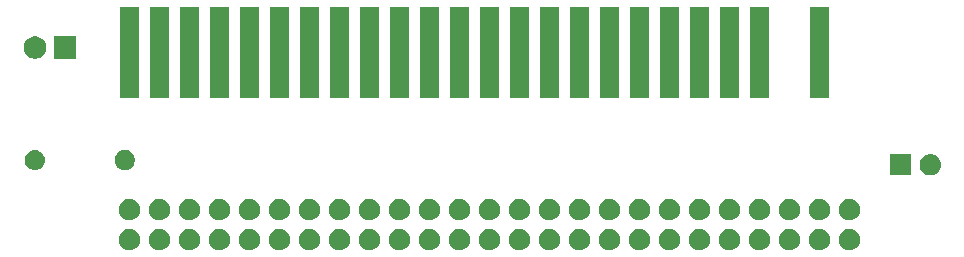
<source format=gbr>
G04 #@! TF.GenerationSoftware,KiCad,Pcbnew,(5.0.1-3-g963ef8bb5)*
G04 #@! TF.CreationDate,2020-10-05T19:50:21+01:00*
G04 #@! TF.ProjectId,ACE_Backplane_Adaptor_B,4143455F4261636B706C616E655F4164,rev?*
G04 #@! TF.SameCoordinates,Original*
G04 #@! TF.FileFunction,Soldermask,Top*
G04 #@! TF.FilePolarity,Negative*
%FSLAX46Y46*%
G04 Gerber Fmt 4.6, Leading zero omitted, Abs format (unit mm)*
G04 Created by KiCad (PCBNEW (5.0.1-3-g963ef8bb5)) date Monday, 05 October 2020 at 19:50:21*
%MOMM*%
%LPD*%
G01*
G04 APERTURE LIST*
%ADD10C,0.100000*%
G04 APERTURE END LIST*
D10*
G36*
X180729812Y-97177624D02*
X180893784Y-97245544D01*
X181041354Y-97344147D01*
X181166853Y-97469646D01*
X181265456Y-97617216D01*
X181333376Y-97781188D01*
X181368000Y-97955259D01*
X181368000Y-98132741D01*
X181333376Y-98306812D01*
X181265456Y-98470784D01*
X181166853Y-98618354D01*
X181041354Y-98743853D01*
X180893784Y-98842456D01*
X180729812Y-98910376D01*
X180555741Y-98945000D01*
X180378259Y-98945000D01*
X180204188Y-98910376D01*
X180040216Y-98842456D01*
X179892646Y-98743853D01*
X179767147Y-98618354D01*
X179668544Y-98470784D01*
X179600624Y-98306812D01*
X179566000Y-98132741D01*
X179566000Y-97955259D01*
X179600624Y-97781188D01*
X179668544Y-97617216D01*
X179767147Y-97469646D01*
X179892646Y-97344147D01*
X180040216Y-97245544D01*
X180204188Y-97177624D01*
X180378259Y-97143000D01*
X180555741Y-97143000D01*
X180729812Y-97177624D01*
X180729812Y-97177624D01*
G37*
G36*
X178189812Y-97177624D02*
X178353784Y-97245544D01*
X178501354Y-97344147D01*
X178626853Y-97469646D01*
X178725456Y-97617216D01*
X178793376Y-97781188D01*
X178828000Y-97955259D01*
X178828000Y-98132741D01*
X178793376Y-98306812D01*
X178725456Y-98470784D01*
X178626853Y-98618354D01*
X178501354Y-98743853D01*
X178353784Y-98842456D01*
X178189812Y-98910376D01*
X178015741Y-98945000D01*
X177838259Y-98945000D01*
X177664188Y-98910376D01*
X177500216Y-98842456D01*
X177352646Y-98743853D01*
X177227147Y-98618354D01*
X177128544Y-98470784D01*
X177060624Y-98306812D01*
X177026000Y-98132741D01*
X177026000Y-97955259D01*
X177060624Y-97781188D01*
X177128544Y-97617216D01*
X177227147Y-97469646D01*
X177352646Y-97344147D01*
X177500216Y-97245544D01*
X177664188Y-97177624D01*
X177838259Y-97143000D01*
X178015741Y-97143000D01*
X178189812Y-97177624D01*
X178189812Y-97177624D01*
G37*
G36*
X175649812Y-97177624D02*
X175813784Y-97245544D01*
X175961354Y-97344147D01*
X176086853Y-97469646D01*
X176185456Y-97617216D01*
X176253376Y-97781188D01*
X176288000Y-97955259D01*
X176288000Y-98132741D01*
X176253376Y-98306812D01*
X176185456Y-98470784D01*
X176086853Y-98618354D01*
X175961354Y-98743853D01*
X175813784Y-98842456D01*
X175649812Y-98910376D01*
X175475741Y-98945000D01*
X175298259Y-98945000D01*
X175124188Y-98910376D01*
X174960216Y-98842456D01*
X174812646Y-98743853D01*
X174687147Y-98618354D01*
X174588544Y-98470784D01*
X174520624Y-98306812D01*
X174486000Y-98132741D01*
X174486000Y-97955259D01*
X174520624Y-97781188D01*
X174588544Y-97617216D01*
X174687147Y-97469646D01*
X174812646Y-97344147D01*
X174960216Y-97245544D01*
X175124188Y-97177624D01*
X175298259Y-97143000D01*
X175475741Y-97143000D01*
X175649812Y-97177624D01*
X175649812Y-97177624D01*
G37*
G36*
X173109812Y-97177624D02*
X173273784Y-97245544D01*
X173421354Y-97344147D01*
X173546853Y-97469646D01*
X173645456Y-97617216D01*
X173713376Y-97781188D01*
X173748000Y-97955259D01*
X173748000Y-98132741D01*
X173713376Y-98306812D01*
X173645456Y-98470784D01*
X173546853Y-98618354D01*
X173421354Y-98743853D01*
X173273784Y-98842456D01*
X173109812Y-98910376D01*
X172935741Y-98945000D01*
X172758259Y-98945000D01*
X172584188Y-98910376D01*
X172420216Y-98842456D01*
X172272646Y-98743853D01*
X172147147Y-98618354D01*
X172048544Y-98470784D01*
X171980624Y-98306812D01*
X171946000Y-98132741D01*
X171946000Y-97955259D01*
X171980624Y-97781188D01*
X172048544Y-97617216D01*
X172147147Y-97469646D01*
X172272646Y-97344147D01*
X172420216Y-97245544D01*
X172584188Y-97177624D01*
X172758259Y-97143000D01*
X172935741Y-97143000D01*
X173109812Y-97177624D01*
X173109812Y-97177624D01*
G37*
G36*
X170569812Y-97177624D02*
X170733784Y-97245544D01*
X170881354Y-97344147D01*
X171006853Y-97469646D01*
X171105456Y-97617216D01*
X171173376Y-97781188D01*
X171208000Y-97955259D01*
X171208000Y-98132741D01*
X171173376Y-98306812D01*
X171105456Y-98470784D01*
X171006853Y-98618354D01*
X170881354Y-98743853D01*
X170733784Y-98842456D01*
X170569812Y-98910376D01*
X170395741Y-98945000D01*
X170218259Y-98945000D01*
X170044188Y-98910376D01*
X169880216Y-98842456D01*
X169732646Y-98743853D01*
X169607147Y-98618354D01*
X169508544Y-98470784D01*
X169440624Y-98306812D01*
X169406000Y-98132741D01*
X169406000Y-97955259D01*
X169440624Y-97781188D01*
X169508544Y-97617216D01*
X169607147Y-97469646D01*
X169732646Y-97344147D01*
X169880216Y-97245544D01*
X170044188Y-97177624D01*
X170218259Y-97143000D01*
X170395741Y-97143000D01*
X170569812Y-97177624D01*
X170569812Y-97177624D01*
G37*
G36*
X168029812Y-97177624D02*
X168193784Y-97245544D01*
X168341354Y-97344147D01*
X168466853Y-97469646D01*
X168565456Y-97617216D01*
X168633376Y-97781188D01*
X168668000Y-97955259D01*
X168668000Y-98132741D01*
X168633376Y-98306812D01*
X168565456Y-98470784D01*
X168466853Y-98618354D01*
X168341354Y-98743853D01*
X168193784Y-98842456D01*
X168029812Y-98910376D01*
X167855741Y-98945000D01*
X167678259Y-98945000D01*
X167504188Y-98910376D01*
X167340216Y-98842456D01*
X167192646Y-98743853D01*
X167067147Y-98618354D01*
X166968544Y-98470784D01*
X166900624Y-98306812D01*
X166866000Y-98132741D01*
X166866000Y-97955259D01*
X166900624Y-97781188D01*
X166968544Y-97617216D01*
X167067147Y-97469646D01*
X167192646Y-97344147D01*
X167340216Y-97245544D01*
X167504188Y-97177624D01*
X167678259Y-97143000D01*
X167855741Y-97143000D01*
X168029812Y-97177624D01*
X168029812Y-97177624D01*
G37*
G36*
X165489812Y-97177624D02*
X165653784Y-97245544D01*
X165801354Y-97344147D01*
X165926853Y-97469646D01*
X166025456Y-97617216D01*
X166093376Y-97781188D01*
X166128000Y-97955259D01*
X166128000Y-98132741D01*
X166093376Y-98306812D01*
X166025456Y-98470784D01*
X165926853Y-98618354D01*
X165801354Y-98743853D01*
X165653784Y-98842456D01*
X165489812Y-98910376D01*
X165315741Y-98945000D01*
X165138259Y-98945000D01*
X164964188Y-98910376D01*
X164800216Y-98842456D01*
X164652646Y-98743853D01*
X164527147Y-98618354D01*
X164428544Y-98470784D01*
X164360624Y-98306812D01*
X164326000Y-98132741D01*
X164326000Y-97955259D01*
X164360624Y-97781188D01*
X164428544Y-97617216D01*
X164527147Y-97469646D01*
X164652646Y-97344147D01*
X164800216Y-97245544D01*
X164964188Y-97177624D01*
X165138259Y-97143000D01*
X165315741Y-97143000D01*
X165489812Y-97177624D01*
X165489812Y-97177624D01*
G37*
G36*
X162949812Y-97177624D02*
X163113784Y-97245544D01*
X163261354Y-97344147D01*
X163386853Y-97469646D01*
X163485456Y-97617216D01*
X163553376Y-97781188D01*
X163588000Y-97955259D01*
X163588000Y-98132741D01*
X163553376Y-98306812D01*
X163485456Y-98470784D01*
X163386853Y-98618354D01*
X163261354Y-98743853D01*
X163113784Y-98842456D01*
X162949812Y-98910376D01*
X162775741Y-98945000D01*
X162598259Y-98945000D01*
X162424188Y-98910376D01*
X162260216Y-98842456D01*
X162112646Y-98743853D01*
X161987147Y-98618354D01*
X161888544Y-98470784D01*
X161820624Y-98306812D01*
X161786000Y-98132741D01*
X161786000Y-97955259D01*
X161820624Y-97781188D01*
X161888544Y-97617216D01*
X161987147Y-97469646D01*
X162112646Y-97344147D01*
X162260216Y-97245544D01*
X162424188Y-97177624D01*
X162598259Y-97143000D01*
X162775741Y-97143000D01*
X162949812Y-97177624D01*
X162949812Y-97177624D01*
G37*
G36*
X160409812Y-97177624D02*
X160573784Y-97245544D01*
X160721354Y-97344147D01*
X160846853Y-97469646D01*
X160945456Y-97617216D01*
X161013376Y-97781188D01*
X161048000Y-97955259D01*
X161048000Y-98132741D01*
X161013376Y-98306812D01*
X160945456Y-98470784D01*
X160846853Y-98618354D01*
X160721354Y-98743853D01*
X160573784Y-98842456D01*
X160409812Y-98910376D01*
X160235741Y-98945000D01*
X160058259Y-98945000D01*
X159884188Y-98910376D01*
X159720216Y-98842456D01*
X159572646Y-98743853D01*
X159447147Y-98618354D01*
X159348544Y-98470784D01*
X159280624Y-98306812D01*
X159246000Y-98132741D01*
X159246000Y-97955259D01*
X159280624Y-97781188D01*
X159348544Y-97617216D01*
X159447147Y-97469646D01*
X159572646Y-97344147D01*
X159720216Y-97245544D01*
X159884188Y-97177624D01*
X160058259Y-97143000D01*
X160235741Y-97143000D01*
X160409812Y-97177624D01*
X160409812Y-97177624D01*
G37*
G36*
X157869812Y-97177624D02*
X158033784Y-97245544D01*
X158181354Y-97344147D01*
X158306853Y-97469646D01*
X158405456Y-97617216D01*
X158473376Y-97781188D01*
X158508000Y-97955259D01*
X158508000Y-98132741D01*
X158473376Y-98306812D01*
X158405456Y-98470784D01*
X158306853Y-98618354D01*
X158181354Y-98743853D01*
X158033784Y-98842456D01*
X157869812Y-98910376D01*
X157695741Y-98945000D01*
X157518259Y-98945000D01*
X157344188Y-98910376D01*
X157180216Y-98842456D01*
X157032646Y-98743853D01*
X156907147Y-98618354D01*
X156808544Y-98470784D01*
X156740624Y-98306812D01*
X156706000Y-98132741D01*
X156706000Y-97955259D01*
X156740624Y-97781188D01*
X156808544Y-97617216D01*
X156907147Y-97469646D01*
X157032646Y-97344147D01*
X157180216Y-97245544D01*
X157344188Y-97177624D01*
X157518259Y-97143000D01*
X157695741Y-97143000D01*
X157869812Y-97177624D01*
X157869812Y-97177624D01*
G37*
G36*
X155329812Y-97177624D02*
X155493784Y-97245544D01*
X155641354Y-97344147D01*
X155766853Y-97469646D01*
X155865456Y-97617216D01*
X155933376Y-97781188D01*
X155968000Y-97955259D01*
X155968000Y-98132741D01*
X155933376Y-98306812D01*
X155865456Y-98470784D01*
X155766853Y-98618354D01*
X155641354Y-98743853D01*
X155493784Y-98842456D01*
X155329812Y-98910376D01*
X155155741Y-98945000D01*
X154978259Y-98945000D01*
X154804188Y-98910376D01*
X154640216Y-98842456D01*
X154492646Y-98743853D01*
X154367147Y-98618354D01*
X154268544Y-98470784D01*
X154200624Y-98306812D01*
X154166000Y-98132741D01*
X154166000Y-97955259D01*
X154200624Y-97781188D01*
X154268544Y-97617216D01*
X154367147Y-97469646D01*
X154492646Y-97344147D01*
X154640216Y-97245544D01*
X154804188Y-97177624D01*
X154978259Y-97143000D01*
X155155741Y-97143000D01*
X155329812Y-97177624D01*
X155329812Y-97177624D01*
G37*
G36*
X152789812Y-97177624D02*
X152953784Y-97245544D01*
X153101354Y-97344147D01*
X153226853Y-97469646D01*
X153325456Y-97617216D01*
X153393376Y-97781188D01*
X153428000Y-97955259D01*
X153428000Y-98132741D01*
X153393376Y-98306812D01*
X153325456Y-98470784D01*
X153226853Y-98618354D01*
X153101354Y-98743853D01*
X152953784Y-98842456D01*
X152789812Y-98910376D01*
X152615741Y-98945000D01*
X152438259Y-98945000D01*
X152264188Y-98910376D01*
X152100216Y-98842456D01*
X151952646Y-98743853D01*
X151827147Y-98618354D01*
X151728544Y-98470784D01*
X151660624Y-98306812D01*
X151626000Y-98132741D01*
X151626000Y-97955259D01*
X151660624Y-97781188D01*
X151728544Y-97617216D01*
X151827147Y-97469646D01*
X151952646Y-97344147D01*
X152100216Y-97245544D01*
X152264188Y-97177624D01*
X152438259Y-97143000D01*
X152615741Y-97143000D01*
X152789812Y-97177624D01*
X152789812Y-97177624D01*
G37*
G36*
X150249812Y-97177624D02*
X150413784Y-97245544D01*
X150561354Y-97344147D01*
X150686853Y-97469646D01*
X150785456Y-97617216D01*
X150853376Y-97781188D01*
X150888000Y-97955259D01*
X150888000Y-98132741D01*
X150853376Y-98306812D01*
X150785456Y-98470784D01*
X150686853Y-98618354D01*
X150561354Y-98743853D01*
X150413784Y-98842456D01*
X150249812Y-98910376D01*
X150075741Y-98945000D01*
X149898259Y-98945000D01*
X149724188Y-98910376D01*
X149560216Y-98842456D01*
X149412646Y-98743853D01*
X149287147Y-98618354D01*
X149188544Y-98470784D01*
X149120624Y-98306812D01*
X149086000Y-98132741D01*
X149086000Y-97955259D01*
X149120624Y-97781188D01*
X149188544Y-97617216D01*
X149287147Y-97469646D01*
X149412646Y-97344147D01*
X149560216Y-97245544D01*
X149724188Y-97177624D01*
X149898259Y-97143000D01*
X150075741Y-97143000D01*
X150249812Y-97177624D01*
X150249812Y-97177624D01*
G37*
G36*
X147709812Y-97177624D02*
X147873784Y-97245544D01*
X148021354Y-97344147D01*
X148146853Y-97469646D01*
X148245456Y-97617216D01*
X148313376Y-97781188D01*
X148348000Y-97955259D01*
X148348000Y-98132741D01*
X148313376Y-98306812D01*
X148245456Y-98470784D01*
X148146853Y-98618354D01*
X148021354Y-98743853D01*
X147873784Y-98842456D01*
X147709812Y-98910376D01*
X147535741Y-98945000D01*
X147358259Y-98945000D01*
X147184188Y-98910376D01*
X147020216Y-98842456D01*
X146872646Y-98743853D01*
X146747147Y-98618354D01*
X146648544Y-98470784D01*
X146580624Y-98306812D01*
X146546000Y-98132741D01*
X146546000Y-97955259D01*
X146580624Y-97781188D01*
X146648544Y-97617216D01*
X146747147Y-97469646D01*
X146872646Y-97344147D01*
X147020216Y-97245544D01*
X147184188Y-97177624D01*
X147358259Y-97143000D01*
X147535741Y-97143000D01*
X147709812Y-97177624D01*
X147709812Y-97177624D01*
G37*
G36*
X145169812Y-97177624D02*
X145333784Y-97245544D01*
X145481354Y-97344147D01*
X145606853Y-97469646D01*
X145705456Y-97617216D01*
X145773376Y-97781188D01*
X145808000Y-97955259D01*
X145808000Y-98132741D01*
X145773376Y-98306812D01*
X145705456Y-98470784D01*
X145606853Y-98618354D01*
X145481354Y-98743853D01*
X145333784Y-98842456D01*
X145169812Y-98910376D01*
X144995741Y-98945000D01*
X144818259Y-98945000D01*
X144644188Y-98910376D01*
X144480216Y-98842456D01*
X144332646Y-98743853D01*
X144207147Y-98618354D01*
X144108544Y-98470784D01*
X144040624Y-98306812D01*
X144006000Y-98132741D01*
X144006000Y-97955259D01*
X144040624Y-97781188D01*
X144108544Y-97617216D01*
X144207147Y-97469646D01*
X144332646Y-97344147D01*
X144480216Y-97245544D01*
X144644188Y-97177624D01*
X144818259Y-97143000D01*
X144995741Y-97143000D01*
X145169812Y-97177624D01*
X145169812Y-97177624D01*
G37*
G36*
X142629812Y-97177624D02*
X142793784Y-97245544D01*
X142941354Y-97344147D01*
X143066853Y-97469646D01*
X143165456Y-97617216D01*
X143233376Y-97781188D01*
X143268000Y-97955259D01*
X143268000Y-98132741D01*
X143233376Y-98306812D01*
X143165456Y-98470784D01*
X143066853Y-98618354D01*
X142941354Y-98743853D01*
X142793784Y-98842456D01*
X142629812Y-98910376D01*
X142455741Y-98945000D01*
X142278259Y-98945000D01*
X142104188Y-98910376D01*
X141940216Y-98842456D01*
X141792646Y-98743853D01*
X141667147Y-98618354D01*
X141568544Y-98470784D01*
X141500624Y-98306812D01*
X141466000Y-98132741D01*
X141466000Y-97955259D01*
X141500624Y-97781188D01*
X141568544Y-97617216D01*
X141667147Y-97469646D01*
X141792646Y-97344147D01*
X141940216Y-97245544D01*
X142104188Y-97177624D01*
X142278259Y-97143000D01*
X142455741Y-97143000D01*
X142629812Y-97177624D01*
X142629812Y-97177624D01*
G37*
G36*
X140089812Y-97177624D02*
X140253784Y-97245544D01*
X140401354Y-97344147D01*
X140526853Y-97469646D01*
X140625456Y-97617216D01*
X140693376Y-97781188D01*
X140728000Y-97955259D01*
X140728000Y-98132741D01*
X140693376Y-98306812D01*
X140625456Y-98470784D01*
X140526853Y-98618354D01*
X140401354Y-98743853D01*
X140253784Y-98842456D01*
X140089812Y-98910376D01*
X139915741Y-98945000D01*
X139738259Y-98945000D01*
X139564188Y-98910376D01*
X139400216Y-98842456D01*
X139252646Y-98743853D01*
X139127147Y-98618354D01*
X139028544Y-98470784D01*
X138960624Y-98306812D01*
X138926000Y-98132741D01*
X138926000Y-97955259D01*
X138960624Y-97781188D01*
X139028544Y-97617216D01*
X139127147Y-97469646D01*
X139252646Y-97344147D01*
X139400216Y-97245544D01*
X139564188Y-97177624D01*
X139738259Y-97143000D01*
X139915741Y-97143000D01*
X140089812Y-97177624D01*
X140089812Y-97177624D01*
G37*
G36*
X137549812Y-97177624D02*
X137713784Y-97245544D01*
X137861354Y-97344147D01*
X137986853Y-97469646D01*
X138085456Y-97617216D01*
X138153376Y-97781188D01*
X138188000Y-97955259D01*
X138188000Y-98132741D01*
X138153376Y-98306812D01*
X138085456Y-98470784D01*
X137986853Y-98618354D01*
X137861354Y-98743853D01*
X137713784Y-98842456D01*
X137549812Y-98910376D01*
X137375741Y-98945000D01*
X137198259Y-98945000D01*
X137024188Y-98910376D01*
X136860216Y-98842456D01*
X136712646Y-98743853D01*
X136587147Y-98618354D01*
X136488544Y-98470784D01*
X136420624Y-98306812D01*
X136386000Y-98132741D01*
X136386000Y-97955259D01*
X136420624Y-97781188D01*
X136488544Y-97617216D01*
X136587147Y-97469646D01*
X136712646Y-97344147D01*
X136860216Y-97245544D01*
X137024188Y-97177624D01*
X137198259Y-97143000D01*
X137375741Y-97143000D01*
X137549812Y-97177624D01*
X137549812Y-97177624D01*
G37*
G36*
X135009812Y-97177624D02*
X135173784Y-97245544D01*
X135321354Y-97344147D01*
X135446853Y-97469646D01*
X135545456Y-97617216D01*
X135613376Y-97781188D01*
X135648000Y-97955259D01*
X135648000Y-98132741D01*
X135613376Y-98306812D01*
X135545456Y-98470784D01*
X135446853Y-98618354D01*
X135321354Y-98743853D01*
X135173784Y-98842456D01*
X135009812Y-98910376D01*
X134835741Y-98945000D01*
X134658259Y-98945000D01*
X134484188Y-98910376D01*
X134320216Y-98842456D01*
X134172646Y-98743853D01*
X134047147Y-98618354D01*
X133948544Y-98470784D01*
X133880624Y-98306812D01*
X133846000Y-98132741D01*
X133846000Y-97955259D01*
X133880624Y-97781188D01*
X133948544Y-97617216D01*
X134047147Y-97469646D01*
X134172646Y-97344147D01*
X134320216Y-97245544D01*
X134484188Y-97177624D01*
X134658259Y-97143000D01*
X134835741Y-97143000D01*
X135009812Y-97177624D01*
X135009812Y-97177624D01*
G37*
G36*
X132469812Y-97177624D02*
X132633784Y-97245544D01*
X132781354Y-97344147D01*
X132906853Y-97469646D01*
X133005456Y-97617216D01*
X133073376Y-97781188D01*
X133108000Y-97955259D01*
X133108000Y-98132741D01*
X133073376Y-98306812D01*
X133005456Y-98470784D01*
X132906853Y-98618354D01*
X132781354Y-98743853D01*
X132633784Y-98842456D01*
X132469812Y-98910376D01*
X132295741Y-98945000D01*
X132118259Y-98945000D01*
X131944188Y-98910376D01*
X131780216Y-98842456D01*
X131632646Y-98743853D01*
X131507147Y-98618354D01*
X131408544Y-98470784D01*
X131340624Y-98306812D01*
X131306000Y-98132741D01*
X131306000Y-97955259D01*
X131340624Y-97781188D01*
X131408544Y-97617216D01*
X131507147Y-97469646D01*
X131632646Y-97344147D01*
X131780216Y-97245544D01*
X131944188Y-97177624D01*
X132118259Y-97143000D01*
X132295741Y-97143000D01*
X132469812Y-97177624D01*
X132469812Y-97177624D01*
G37*
G36*
X129929812Y-97177624D02*
X130093784Y-97245544D01*
X130241354Y-97344147D01*
X130366853Y-97469646D01*
X130465456Y-97617216D01*
X130533376Y-97781188D01*
X130568000Y-97955259D01*
X130568000Y-98132741D01*
X130533376Y-98306812D01*
X130465456Y-98470784D01*
X130366853Y-98618354D01*
X130241354Y-98743853D01*
X130093784Y-98842456D01*
X129929812Y-98910376D01*
X129755741Y-98945000D01*
X129578259Y-98945000D01*
X129404188Y-98910376D01*
X129240216Y-98842456D01*
X129092646Y-98743853D01*
X128967147Y-98618354D01*
X128868544Y-98470784D01*
X128800624Y-98306812D01*
X128766000Y-98132741D01*
X128766000Y-97955259D01*
X128800624Y-97781188D01*
X128868544Y-97617216D01*
X128967147Y-97469646D01*
X129092646Y-97344147D01*
X129240216Y-97245544D01*
X129404188Y-97177624D01*
X129578259Y-97143000D01*
X129755741Y-97143000D01*
X129929812Y-97177624D01*
X129929812Y-97177624D01*
G37*
G36*
X127389812Y-97177624D02*
X127553784Y-97245544D01*
X127701354Y-97344147D01*
X127826853Y-97469646D01*
X127925456Y-97617216D01*
X127993376Y-97781188D01*
X128028000Y-97955259D01*
X128028000Y-98132741D01*
X127993376Y-98306812D01*
X127925456Y-98470784D01*
X127826853Y-98618354D01*
X127701354Y-98743853D01*
X127553784Y-98842456D01*
X127389812Y-98910376D01*
X127215741Y-98945000D01*
X127038259Y-98945000D01*
X126864188Y-98910376D01*
X126700216Y-98842456D01*
X126552646Y-98743853D01*
X126427147Y-98618354D01*
X126328544Y-98470784D01*
X126260624Y-98306812D01*
X126226000Y-98132741D01*
X126226000Y-97955259D01*
X126260624Y-97781188D01*
X126328544Y-97617216D01*
X126427147Y-97469646D01*
X126552646Y-97344147D01*
X126700216Y-97245544D01*
X126864188Y-97177624D01*
X127038259Y-97143000D01*
X127215741Y-97143000D01*
X127389812Y-97177624D01*
X127389812Y-97177624D01*
G37*
G36*
X124849812Y-97177624D02*
X125013784Y-97245544D01*
X125161354Y-97344147D01*
X125286853Y-97469646D01*
X125385456Y-97617216D01*
X125453376Y-97781188D01*
X125488000Y-97955259D01*
X125488000Y-98132741D01*
X125453376Y-98306812D01*
X125385456Y-98470784D01*
X125286853Y-98618354D01*
X125161354Y-98743853D01*
X125013784Y-98842456D01*
X124849812Y-98910376D01*
X124675741Y-98945000D01*
X124498259Y-98945000D01*
X124324188Y-98910376D01*
X124160216Y-98842456D01*
X124012646Y-98743853D01*
X123887147Y-98618354D01*
X123788544Y-98470784D01*
X123720624Y-98306812D01*
X123686000Y-98132741D01*
X123686000Y-97955259D01*
X123720624Y-97781188D01*
X123788544Y-97617216D01*
X123887147Y-97469646D01*
X124012646Y-97344147D01*
X124160216Y-97245544D01*
X124324188Y-97177624D01*
X124498259Y-97143000D01*
X124675741Y-97143000D01*
X124849812Y-97177624D01*
X124849812Y-97177624D01*
G37*
G36*
X122309812Y-97177624D02*
X122473784Y-97245544D01*
X122621354Y-97344147D01*
X122746853Y-97469646D01*
X122845456Y-97617216D01*
X122913376Y-97781188D01*
X122948000Y-97955259D01*
X122948000Y-98132741D01*
X122913376Y-98306812D01*
X122845456Y-98470784D01*
X122746853Y-98618354D01*
X122621354Y-98743853D01*
X122473784Y-98842456D01*
X122309812Y-98910376D01*
X122135741Y-98945000D01*
X121958259Y-98945000D01*
X121784188Y-98910376D01*
X121620216Y-98842456D01*
X121472646Y-98743853D01*
X121347147Y-98618354D01*
X121248544Y-98470784D01*
X121180624Y-98306812D01*
X121146000Y-98132741D01*
X121146000Y-97955259D01*
X121180624Y-97781188D01*
X121248544Y-97617216D01*
X121347147Y-97469646D01*
X121472646Y-97344147D01*
X121620216Y-97245544D01*
X121784188Y-97177624D01*
X121958259Y-97143000D01*
X122135741Y-97143000D01*
X122309812Y-97177624D01*
X122309812Y-97177624D01*
G37*
G36*
X119769812Y-97177624D02*
X119933784Y-97245544D01*
X120081354Y-97344147D01*
X120206853Y-97469646D01*
X120305456Y-97617216D01*
X120373376Y-97781188D01*
X120408000Y-97955259D01*
X120408000Y-98132741D01*
X120373376Y-98306812D01*
X120305456Y-98470784D01*
X120206853Y-98618354D01*
X120081354Y-98743853D01*
X119933784Y-98842456D01*
X119769812Y-98910376D01*
X119595741Y-98945000D01*
X119418259Y-98945000D01*
X119244188Y-98910376D01*
X119080216Y-98842456D01*
X118932646Y-98743853D01*
X118807147Y-98618354D01*
X118708544Y-98470784D01*
X118640624Y-98306812D01*
X118606000Y-98132741D01*
X118606000Y-97955259D01*
X118640624Y-97781188D01*
X118708544Y-97617216D01*
X118807147Y-97469646D01*
X118932646Y-97344147D01*
X119080216Y-97245544D01*
X119244188Y-97177624D01*
X119418259Y-97143000D01*
X119595741Y-97143000D01*
X119769812Y-97177624D01*
X119769812Y-97177624D01*
G37*
G36*
X180729812Y-94637624D02*
X180893784Y-94705544D01*
X181041354Y-94804147D01*
X181166853Y-94929646D01*
X181265456Y-95077216D01*
X181333376Y-95241188D01*
X181368000Y-95415259D01*
X181368000Y-95592741D01*
X181333376Y-95766812D01*
X181265456Y-95930784D01*
X181166853Y-96078354D01*
X181041354Y-96203853D01*
X180893784Y-96302456D01*
X180729812Y-96370376D01*
X180555741Y-96405000D01*
X180378259Y-96405000D01*
X180204188Y-96370376D01*
X180040216Y-96302456D01*
X179892646Y-96203853D01*
X179767147Y-96078354D01*
X179668544Y-95930784D01*
X179600624Y-95766812D01*
X179566000Y-95592741D01*
X179566000Y-95415259D01*
X179600624Y-95241188D01*
X179668544Y-95077216D01*
X179767147Y-94929646D01*
X179892646Y-94804147D01*
X180040216Y-94705544D01*
X180204188Y-94637624D01*
X180378259Y-94603000D01*
X180555741Y-94603000D01*
X180729812Y-94637624D01*
X180729812Y-94637624D01*
G37*
G36*
X178189812Y-94637624D02*
X178353784Y-94705544D01*
X178501354Y-94804147D01*
X178626853Y-94929646D01*
X178725456Y-95077216D01*
X178793376Y-95241188D01*
X178828000Y-95415259D01*
X178828000Y-95592741D01*
X178793376Y-95766812D01*
X178725456Y-95930784D01*
X178626853Y-96078354D01*
X178501354Y-96203853D01*
X178353784Y-96302456D01*
X178189812Y-96370376D01*
X178015741Y-96405000D01*
X177838259Y-96405000D01*
X177664188Y-96370376D01*
X177500216Y-96302456D01*
X177352646Y-96203853D01*
X177227147Y-96078354D01*
X177128544Y-95930784D01*
X177060624Y-95766812D01*
X177026000Y-95592741D01*
X177026000Y-95415259D01*
X177060624Y-95241188D01*
X177128544Y-95077216D01*
X177227147Y-94929646D01*
X177352646Y-94804147D01*
X177500216Y-94705544D01*
X177664188Y-94637624D01*
X177838259Y-94603000D01*
X178015741Y-94603000D01*
X178189812Y-94637624D01*
X178189812Y-94637624D01*
G37*
G36*
X175649812Y-94637624D02*
X175813784Y-94705544D01*
X175961354Y-94804147D01*
X176086853Y-94929646D01*
X176185456Y-95077216D01*
X176253376Y-95241188D01*
X176288000Y-95415259D01*
X176288000Y-95592741D01*
X176253376Y-95766812D01*
X176185456Y-95930784D01*
X176086853Y-96078354D01*
X175961354Y-96203853D01*
X175813784Y-96302456D01*
X175649812Y-96370376D01*
X175475741Y-96405000D01*
X175298259Y-96405000D01*
X175124188Y-96370376D01*
X174960216Y-96302456D01*
X174812646Y-96203853D01*
X174687147Y-96078354D01*
X174588544Y-95930784D01*
X174520624Y-95766812D01*
X174486000Y-95592741D01*
X174486000Y-95415259D01*
X174520624Y-95241188D01*
X174588544Y-95077216D01*
X174687147Y-94929646D01*
X174812646Y-94804147D01*
X174960216Y-94705544D01*
X175124188Y-94637624D01*
X175298259Y-94603000D01*
X175475741Y-94603000D01*
X175649812Y-94637624D01*
X175649812Y-94637624D01*
G37*
G36*
X173109812Y-94637624D02*
X173273784Y-94705544D01*
X173421354Y-94804147D01*
X173546853Y-94929646D01*
X173645456Y-95077216D01*
X173713376Y-95241188D01*
X173748000Y-95415259D01*
X173748000Y-95592741D01*
X173713376Y-95766812D01*
X173645456Y-95930784D01*
X173546853Y-96078354D01*
X173421354Y-96203853D01*
X173273784Y-96302456D01*
X173109812Y-96370376D01*
X172935741Y-96405000D01*
X172758259Y-96405000D01*
X172584188Y-96370376D01*
X172420216Y-96302456D01*
X172272646Y-96203853D01*
X172147147Y-96078354D01*
X172048544Y-95930784D01*
X171980624Y-95766812D01*
X171946000Y-95592741D01*
X171946000Y-95415259D01*
X171980624Y-95241188D01*
X172048544Y-95077216D01*
X172147147Y-94929646D01*
X172272646Y-94804147D01*
X172420216Y-94705544D01*
X172584188Y-94637624D01*
X172758259Y-94603000D01*
X172935741Y-94603000D01*
X173109812Y-94637624D01*
X173109812Y-94637624D01*
G37*
G36*
X170569812Y-94637624D02*
X170733784Y-94705544D01*
X170881354Y-94804147D01*
X171006853Y-94929646D01*
X171105456Y-95077216D01*
X171173376Y-95241188D01*
X171208000Y-95415259D01*
X171208000Y-95592741D01*
X171173376Y-95766812D01*
X171105456Y-95930784D01*
X171006853Y-96078354D01*
X170881354Y-96203853D01*
X170733784Y-96302456D01*
X170569812Y-96370376D01*
X170395741Y-96405000D01*
X170218259Y-96405000D01*
X170044188Y-96370376D01*
X169880216Y-96302456D01*
X169732646Y-96203853D01*
X169607147Y-96078354D01*
X169508544Y-95930784D01*
X169440624Y-95766812D01*
X169406000Y-95592741D01*
X169406000Y-95415259D01*
X169440624Y-95241188D01*
X169508544Y-95077216D01*
X169607147Y-94929646D01*
X169732646Y-94804147D01*
X169880216Y-94705544D01*
X170044188Y-94637624D01*
X170218259Y-94603000D01*
X170395741Y-94603000D01*
X170569812Y-94637624D01*
X170569812Y-94637624D01*
G37*
G36*
X168029812Y-94637624D02*
X168193784Y-94705544D01*
X168341354Y-94804147D01*
X168466853Y-94929646D01*
X168565456Y-95077216D01*
X168633376Y-95241188D01*
X168668000Y-95415259D01*
X168668000Y-95592741D01*
X168633376Y-95766812D01*
X168565456Y-95930784D01*
X168466853Y-96078354D01*
X168341354Y-96203853D01*
X168193784Y-96302456D01*
X168029812Y-96370376D01*
X167855741Y-96405000D01*
X167678259Y-96405000D01*
X167504188Y-96370376D01*
X167340216Y-96302456D01*
X167192646Y-96203853D01*
X167067147Y-96078354D01*
X166968544Y-95930784D01*
X166900624Y-95766812D01*
X166866000Y-95592741D01*
X166866000Y-95415259D01*
X166900624Y-95241188D01*
X166968544Y-95077216D01*
X167067147Y-94929646D01*
X167192646Y-94804147D01*
X167340216Y-94705544D01*
X167504188Y-94637624D01*
X167678259Y-94603000D01*
X167855741Y-94603000D01*
X168029812Y-94637624D01*
X168029812Y-94637624D01*
G37*
G36*
X165489812Y-94637624D02*
X165653784Y-94705544D01*
X165801354Y-94804147D01*
X165926853Y-94929646D01*
X166025456Y-95077216D01*
X166093376Y-95241188D01*
X166128000Y-95415259D01*
X166128000Y-95592741D01*
X166093376Y-95766812D01*
X166025456Y-95930784D01*
X165926853Y-96078354D01*
X165801354Y-96203853D01*
X165653784Y-96302456D01*
X165489812Y-96370376D01*
X165315741Y-96405000D01*
X165138259Y-96405000D01*
X164964188Y-96370376D01*
X164800216Y-96302456D01*
X164652646Y-96203853D01*
X164527147Y-96078354D01*
X164428544Y-95930784D01*
X164360624Y-95766812D01*
X164326000Y-95592741D01*
X164326000Y-95415259D01*
X164360624Y-95241188D01*
X164428544Y-95077216D01*
X164527147Y-94929646D01*
X164652646Y-94804147D01*
X164800216Y-94705544D01*
X164964188Y-94637624D01*
X165138259Y-94603000D01*
X165315741Y-94603000D01*
X165489812Y-94637624D01*
X165489812Y-94637624D01*
G37*
G36*
X162949812Y-94637624D02*
X163113784Y-94705544D01*
X163261354Y-94804147D01*
X163386853Y-94929646D01*
X163485456Y-95077216D01*
X163553376Y-95241188D01*
X163588000Y-95415259D01*
X163588000Y-95592741D01*
X163553376Y-95766812D01*
X163485456Y-95930784D01*
X163386853Y-96078354D01*
X163261354Y-96203853D01*
X163113784Y-96302456D01*
X162949812Y-96370376D01*
X162775741Y-96405000D01*
X162598259Y-96405000D01*
X162424188Y-96370376D01*
X162260216Y-96302456D01*
X162112646Y-96203853D01*
X161987147Y-96078354D01*
X161888544Y-95930784D01*
X161820624Y-95766812D01*
X161786000Y-95592741D01*
X161786000Y-95415259D01*
X161820624Y-95241188D01*
X161888544Y-95077216D01*
X161987147Y-94929646D01*
X162112646Y-94804147D01*
X162260216Y-94705544D01*
X162424188Y-94637624D01*
X162598259Y-94603000D01*
X162775741Y-94603000D01*
X162949812Y-94637624D01*
X162949812Y-94637624D01*
G37*
G36*
X160409812Y-94637624D02*
X160573784Y-94705544D01*
X160721354Y-94804147D01*
X160846853Y-94929646D01*
X160945456Y-95077216D01*
X161013376Y-95241188D01*
X161048000Y-95415259D01*
X161048000Y-95592741D01*
X161013376Y-95766812D01*
X160945456Y-95930784D01*
X160846853Y-96078354D01*
X160721354Y-96203853D01*
X160573784Y-96302456D01*
X160409812Y-96370376D01*
X160235741Y-96405000D01*
X160058259Y-96405000D01*
X159884188Y-96370376D01*
X159720216Y-96302456D01*
X159572646Y-96203853D01*
X159447147Y-96078354D01*
X159348544Y-95930784D01*
X159280624Y-95766812D01*
X159246000Y-95592741D01*
X159246000Y-95415259D01*
X159280624Y-95241188D01*
X159348544Y-95077216D01*
X159447147Y-94929646D01*
X159572646Y-94804147D01*
X159720216Y-94705544D01*
X159884188Y-94637624D01*
X160058259Y-94603000D01*
X160235741Y-94603000D01*
X160409812Y-94637624D01*
X160409812Y-94637624D01*
G37*
G36*
X157869812Y-94637624D02*
X158033784Y-94705544D01*
X158181354Y-94804147D01*
X158306853Y-94929646D01*
X158405456Y-95077216D01*
X158473376Y-95241188D01*
X158508000Y-95415259D01*
X158508000Y-95592741D01*
X158473376Y-95766812D01*
X158405456Y-95930784D01*
X158306853Y-96078354D01*
X158181354Y-96203853D01*
X158033784Y-96302456D01*
X157869812Y-96370376D01*
X157695741Y-96405000D01*
X157518259Y-96405000D01*
X157344188Y-96370376D01*
X157180216Y-96302456D01*
X157032646Y-96203853D01*
X156907147Y-96078354D01*
X156808544Y-95930784D01*
X156740624Y-95766812D01*
X156706000Y-95592741D01*
X156706000Y-95415259D01*
X156740624Y-95241188D01*
X156808544Y-95077216D01*
X156907147Y-94929646D01*
X157032646Y-94804147D01*
X157180216Y-94705544D01*
X157344188Y-94637624D01*
X157518259Y-94603000D01*
X157695741Y-94603000D01*
X157869812Y-94637624D01*
X157869812Y-94637624D01*
G37*
G36*
X155329812Y-94637624D02*
X155493784Y-94705544D01*
X155641354Y-94804147D01*
X155766853Y-94929646D01*
X155865456Y-95077216D01*
X155933376Y-95241188D01*
X155968000Y-95415259D01*
X155968000Y-95592741D01*
X155933376Y-95766812D01*
X155865456Y-95930784D01*
X155766853Y-96078354D01*
X155641354Y-96203853D01*
X155493784Y-96302456D01*
X155329812Y-96370376D01*
X155155741Y-96405000D01*
X154978259Y-96405000D01*
X154804188Y-96370376D01*
X154640216Y-96302456D01*
X154492646Y-96203853D01*
X154367147Y-96078354D01*
X154268544Y-95930784D01*
X154200624Y-95766812D01*
X154166000Y-95592741D01*
X154166000Y-95415259D01*
X154200624Y-95241188D01*
X154268544Y-95077216D01*
X154367147Y-94929646D01*
X154492646Y-94804147D01*
X154640216Y-94705544D01*
X154804188Y-94637624D01*
X154978259Y-94603000D01*
X155155741Y-94603000D01*
X155329812Y-94637624D01*
X155329812Y-94637624D01*
G37*
G36*
X152789812Y-94637624D02*
X152953784Y-94705544D01*
X153101354Y-94804147D01*
X153226853Y-94929646D01*
X153325456Y-95077216D01*
X153393376Y-95241188D01*
X153428000Y-95415259D01*
X153428000Y-95592741D01*
X153393376Y-95766812D01*
X153325456Y-95930784D01*
X153226853Y-96078354D01*
X153101354Y-96203853D01*
X152953784Y-96302456D01*
X152789812Y-96370376D01*
X152615741Y-96405000D01*
X152438259Y-96405000D01*
X152264188Y-96370376D01*
X152100216Y-96302456D01*
X151952646Y-96203853D01*
X151827147Y-96078354D01*
X151728544Y-95930784D01*
X151660624Y-95766812D01*
X151626000Y-95592741D01*
X151626000Y-95415259D01*
X151660624Y-95241188D01*
X151728544Y-95077216D01*
X151827147Y-94929646D01*
X151952646Y-94804147D01*
X152100216Y-94705544D01*
X152264188Y-94637624D01*
X152438259Y-94603000D01*
X152615741Y-94603000D01*
X152789812Y-94637624D01*
X152789812Y-94637624D01*
G37*
G36*
X150249812Y-94637624D02*
X150413784Y-94705544D01*
X150561354Y-94804147D01*
X150686853Y-94929646D01*
X150785456Y-95077216D01*
X150853376Y-95241188D01*
X150888000Y-95415259D01*
X150888000Y-95592741D01*
X150853376Y-95766812D01*
X150785456Y-95930784D01*
X150686853Y-96078354D01*
X150561354Y-96203853D01*
X150413784Y-96302456D01*
X150249812Y-96370376D01*
X150075741Y-96405000D01*
X149898259Y-96405000D01*
X149724188Y-96370376D01*
X149560216Y-96302456D01*
X149412646Y-96203853D01*
X149287147Y-96078354D01*
X149188544Y-95930784D01*
X149120624Y-95766812D01*
X149086000Y-95592741D01*
X149086000Y-95415259D01*
X149120624Y-95241188D01*
X149188544Y-95077216D01*
X149287147Y-94929646D01*
X149412646Y-94804147D01*
X149560216Y-94705544D01*
X149724188Y-94637624D01*
X149898259Y-94603000D01*
X150075741Y-94603000D01*
X150249812Y-94637624D01*
X150249812Y-94637624D01*
G37*
G36*
X147709812Y-94637624D02*
X147873784Y-94705544D01*
X148021354Y-94804147D01*
X148146853Y-94929646D01*
X148245456Y-95077216D01*
X148313376Y-95241188D01*
X148348000Y-95415259D01*
X148348000Y-95592741D01*
X148313376Y-95766812D01*
X148245456Y-95930784D01*
X148146853Y-96078354D01*
X148021354Y-96203853D01*
X147873784Y-96302456D01*
X147709812Y-96370376D01*
X147535741Y-96405000D01*
X147358259Y-96405000D01*
X147184188Y-96370376D01*
X147020216Y-96302456D01*
X146872646Y-96203853D01*
X146747147Y-96078354D01*
X146648544Y-95930784D01*
X146580624Y-95766812D01*
X146546000Y-95592741D01*
X146546000Y-95415259D01*
X146580624Y-95241188D01*
X146648544Y-95077216D01*
X146747147Y-94929646D01*
X146872646Y-94804147D01*
X147020216Y-94705544D01*
X147184188Y-94637624D01*
X147358259Y-94603000D01*
X147535741Y-94603000D01*
X147709812Y-94637624D01*
X147709812Y-94637624D01*
G37*
G36*
X145169812Y-94637624D02*
X145333784Y-94705544D01*
X145481354Y-94804147D01*
X145606853Y-94929646D01*
X145705456Y-95077216D01*
X145773376Y-95241188D01*
X145808000Y-95415259D01*
X145808000Y-95592741D01*
X145773376Y-95766812D01*
X145705456Y-95930784D01*
X145606853Y-96078354D01*
X145481354Y-96203853D01*
X145333784Y-96302456D01*
X145169812Y-96370376D01*
X144995741Y-96405000D01*
X144818259Y-96405000D01*
X144644188Y-96370376D01*
X144480216Y-96302456D01*
X144332646Y-96203853D01*
X144207147Y-96078354D01*
X144108544Y-95930784D01*
X144040624Y-95766812D01*
X144006000Y-95592741D01*
X144006000Y-95415259D01*
X144040624Y-95241188D01*
X144108544Y-95077216D01*
X144207147Y-94929646D01*
X144332646Y-94804147D01*
X144480216Y-94705544D01*
X144644188Y-94637624D01*
X144818259Y-94603000D01*
X144995741Y-94603000D01*
X145169812Y-94637624D01*
X145169812Y-94637624D01*
G37*
G36*
X142629812Y-94637624D02*
X142793784Y-94705544D01*
X142941354Y-94804147D01*
X143066853Y-94929646D01*
X143165456Y-95077216D01*
X143233376Y-95241188D01*
X143268000Y-95415259D01*
X143268000Y-95592741D01*
X143233376Y-95766812D01*
X143165456Y-95930784D01*
X143066853Y-96078354D01*
X142941354Y-96203853D01*
X142793784Y-96302456D01*
X142629812Y-96370376D01*
X142455741Y-96405000D01*
X142278259Y-96405000D01*
X142104188Y-96370376D01*
X141940216Y-96302456D01*
X141792646Y-96203853D01*
X141667147Y-96078354D01*
X141568544Y-95930784D01*
X141500624Y-95766812D01*
X141466000Y-95592741D01*
X141466000Y-95415259D01*
X141500624Y-95241188D01*
X141568544Y-95077216D01*
X141667147Y-94929646D01*
X141792646Y-94804147D01*
X141940216Y-94705544D01*
X142104188Y-94637624D01*
X142278259Y-94603000D01*
X142455741Y-94603000D01*
X142629812Y-94637624D01*
X142629812Y-94637624D01*
G37*
G36*
X140089812Y-94637624D02*
X140253784Y-94705544D01*
X140401354Y-94804147D01*
X140526853Y-94929646D01*
X140625456Y-95077216D01*
X140693376Y-95241188D01*
X140728000Y-95415259D01*
X140728000Y-95592741D01*
X140693376Y-95766812D01*
X140625456Y-95930784D01*
X140526853Y-96078354D01*
X140401354Y-96203853D01*
X140253784Y-96302456D01*
X140089812Y-96370376D01*
X139915741Y-96405000D01*
X139738259Y-96405000D01*
X139564188Y-96370376D01*
X139400216Y-96302456D01*
X139252646Y-96203853D01*
X139127147Y-96078354D01*
X139028544Y-95930784D01*
X138960624Y-95766812D01*
X138926000Y-95592741D01*
X138926000Y-95415259D01*
X138960624Y-95241188D01*
X139028544Y-95077216D01*
X139127147Y-94929646D01*
X139252646Y-94804147D01*
X139400216Y-94705544D01*
X139564188Y-94637624D01*
X139738259Y-94603000D01*
X139915741Y-94603000D01*
X140089812Y-94637624D01*
X140089812Y-94637624D01*
G37*
G36*
X137549812Y-94637624D02*
X137713784Y-94705544D01*
X137861354Y-94804147D01*
X137986853Y-94929646D01*
X138085456Y-95077216D01*
X138153376Y-95241188D01*
X138188000Y-95415259D01*
X138188000Y-95592741D01*
X138153376Y-95766812D01*
X138085456Y-95930784D01*
X137986853Y-96078354D01*
X137861354Y-96203853D01*
X137713784Y-96302456D01*
X137549812Y-96370376D01*
X137375741Y-96405000D01*
X137198259Y-96405000D01*
X137024188Y-96370376D01*
X136860216Y-96302456D01*
X136712646Y-96203853D01*
X136587147Y-96078354D01*
X136488544Y-95930784D01*
X136420624Y-95766812D01*
X136386000Y-95592741D01*
X136386000Y-95415259D01*
X136420624Y-95241188D01*
X136488544Y-95077216D01*
X136587147Y-94929646D01*
X136712646Y-94804147D01*
X136860216Y-94705544D01*
X137024188Y-94637624D01*
X137198259Y-94603000D01*
X137375741Y-94603000D01*
X137549812Y-94637624D01*
X137549812Y-94637624D01*
G37*
G36*
X135009812Y-94637624D02*
X135173784Y-94705544D01*
X135321354Y-94804147D01*
X135446853Y-94929646D01*
X135545456Y-95077216D01*
X135613376Y-95241188D01*
X135648000Y-95415259D01*
X135648000Y-95592741D01*
X135613376Y-95766812D01*
X135545456Y-95930784D01*
X135446853Y-96078354D01*
X135321354Y-96203853D01*
X135173784Y-96302456D01*
X135009812Y-96370376D01*
X134835741Y-96405000D01*
X134658259Y-96405000D01*
X134484188Y-96370376D01*
X134320216Y-96302456D01*
X134172646Y-96203853D01*
X134047147Y-96078354D01*
X133948544Y-95930784D01*
X133880624Y-95766812D01*
X133846000Y-95592741D01*
X133846000Y-95415259D01*
X133880624Y-95241188D01*
X133948544Y-95077216D01*
X134047147Y-94929646D01*
X134172646Y-94804147D01*
X134320216Y-94705544D01*
X134484188Y-94637624D01*
X134658259Y-94603000D01*
X134835741Y-94603000D01*
X135009812Y-94637624D01*
X135009812Y-94637624D01*
G37*
G36*
X132469812Y-94637624D02*
X132633784Y-94705544D01*
X132781354Y-94804147D01*
X132906853Y-94929646D01*
X133005456Y-95077216D01*
X133073376Y-95241188D01*
X133108000Y-95415259D01*
X133108000Y-95592741D01*
X133073376Y-95766812D01*
X133005456Y-95930784D01*
X132906853Y-96078354D01*
X132781354Y-96203853D01*
X132633784Y-96302456D01*
X132469812Y-96370376D01*
X132295741Y-96405000D01*
X132118259Y-96405000D01*
X131944188Y-96370376D01*
X131780216Y-96302456D01*
X131632646Y-96203853D01*
X131507147Y-96078354D01*
X131408544Y-95930784D01*
X131340624Y-95766812D01*
X131306000Y-95592741D01*
X131306000Y-95415259D01*
X131340624Y-95241188D01*
X131408544Y-95077216D01*
X131507147Y-94929646D01*
X131632646Y-94804147D01*
X131780216Y-94705544D01*
X131944188Y-94637624D01*
X132118259Y-94603000D01*
X132295741Y-94603000D01*
X132469812Y-94637624D01*
X132469812Y-94637624D01*
G37*
G36*
X129929812Y-94637624D02*
X130093784Y-94705544D01*
X130241354Y-94804147D01*
X130366853Y-94929646D01*
X130465456Y-95077216D01*
X130533376Y-95241188D01*
X130568000Y-95415259D01*
X130568000Y-95592741D01*
X130533376Y-95766812D01*
X130465456Y-95930784D01*
X130366853Y-96078354D01*
X130241354Y-96203853D01*
X130093784Y-96302456D01*
X129929812Y-96370376D01*
X129755741Y-96405000D01*
X129578259Y-96405000D01*
X129404188Y-96370376D01*
X129240216Y-96302456D01*
X129092646Y-96203853D01*
X128967147Y-96078354D01*
X128868544Y-95930784D01*
X128800624Y-95766812D01*
X128766000Y-95592741D01*
X128766000Y-95415259D01*
X128800624Y-95241188D01*
X128868544Y-95077216D01*
X128967147Y-94929646D01*
X129092646Y-94804147D01*
X129240216Y-94705544D01*
X129404188Y-94637624D01*
X129578259Y-94603000D01*
X129755741Y-94603000D01*
X129929812Y-94637624D01*
X129929812Y-94637624D01*
G37*
G36*
X127389812Y-94637624D02*
X127553784Y-94705544D01*
X127701354Y-94804147D01*
X127826853Y-94929646D01*
X127925456Y-95077216D01*
X127993376Y-95241188D01*
X128028000Y-95415259D01*
X128028000Y-95592741D01*
X127993376Y-95766812D01*
X127925456Y-95930784D01*
X127826853Y-96078354D01*
X127701354Y-96203853D01*
X127553784Y-96302456D01*
X127389812Y-96370376D01*
X127215741Y-96405000D01*
X127038259Y-96405000D01*
X126864188Y-96370376D01*
X126700216Y-96302456D01*
X126552646Y-96203853D01*
X126427147Y-96078354D01*
X126328544Y-95930784D01*
X126260624Y-95766812D01*
X126226000Y-95592741D01*
X126226000Y-95415259D01*
X126260624Y-95241188D01*
X126328544Y-95077216D01*
X126427147Y-94929646D01*
X126552646Y-94804147D01*
X126700216Y-94705544D01*
X126864188Y-94637624D01*
X127038259Y-94603000D01*
X127215741Y-94603000D01*
X127389812Y-94637624D01*
X127389812Y-94637624D01*
G37*
G36*
X124849812Y-94637624D02*
X125013784Y-94705544D01*
X125161354Y-94804147D01*
X125286853Y-94929646D01*
X125385456Y-95077216D01*
X125453376Y-95241188D01*
X125488000Y-95415259D01*
X125488000Y-95592741D01*
X125453376Y-95766812D01*
X125385456Y-95930784D01*
X125286853Y-96078354D01*
X125161354Y-96203853D01*
X125013784Y-96302456D01*
X124849812Y-96370376D01*
X124675741Y-96405000D01*
X124498259Y-96405000D01*
X124324188Y-96370376D01*
X124160216Y-96302456D01*
X124012646Y-96203853D01*
X123887147Y-96078354D01*
X123788544Y-95930784D01*
X123720624Y-95766812D01*
X123686000Y-95592741D01*
X123686000Y-95415259D01*
X123720624Y-95241188D01*
X123788544Y-95077216D01*
X123887147Y-94929646D01*
X124012646Y-94804147D01*
X124160216Y-94705544D01*
X124324188Y-94637624D01*
X124498259Y-94603000D01*
X124675741Y-94603000D01*
X124849812Y-94637624D01*
X124849812Y-94637624D01*
G37*
G36*
X122309812Y-94637624D02*
X122473784Y-94705544D01*
X122621354Y-94804147D01*
X122746853Y-94929646D01*
X122845456Y-95077216D01*
X122913376Y-95241188D01*
X122948000Y-95415259D01*
X122948000Y-95592741D01*
X122913376Y-95766812D01*
X122845456Y-95930784D01*
X122746853Y-96078354D01*
X122621354Y-96203853D01*
X122473784Y-96302456D01*
X122309812Y-96370376D01*
X122135741Y-96405000D01*
X121958259Y-96405000D01*
X121784188Y-96370376D01*
X121620216Y-96302456D01*
X121472646Y-96203853D01*
X121347147Y-96078354D01*
X121248544Y-95930784D01*
X121180624Y-95766812D01*
X121146000Y-95592741D01*
X121146000Y-95415259D01*
X121180624Y-95241188D01*
X121248544Y-95077216D01*
X121347147Y-94929646D01*
X121472646Y-94804147D01*
X121620216Y-94705544D01*
X121784188Y-94637624D01*
X121958259Y-94603000D01*
X122135741Y-94603000D01*
X122309812Y-94637624D01*
X122309812Y-94637624D01*
G37*
G36*
X119769812Y-94637624D02*
X119933784Y-94705544D01*
X120081354Y-94804147D01*
X120206853Y-94929646D01*
X120305456Y-95077216D01*
X120373376Y-95241188D01*
X120408000Y-95415259D01*
X120408000Y-95592741D01*
X120373376Y-95766812D01*
X120305456Y-95930784D01*
X120206853Y-96078354D01*
X120081354Y-96203853D01*
X119933784Y-96302456D01*
X119769812Y-96370376D01*
X119595741Y-96405000D01*
X119418259Y-96405000D01*
X119244188Y-96370376D01*
X119080216Y-96302456D01*
X118932646Y-96203853D01*
X118807147Y-96078354D01*
X118708544Y-95930784D01*
X118640624Y-95766812D01*
X118606000Y-95592741D01*
X118606000Y-95415259D01*
X118640624Y-95241188D01*
X118708544Y-95077216D01*
X118807147Y-94929646D01*
X118932646Y-94804147D01*
X119080216Y-94705544D01*
X119244188Y-94637624D01*
X119418259Y-94603000D01*
X119595741Y-94603000D01*
X119769812Y-94637624D01*
X119769812Y-94637624D01*
G37*
G36*
X185686000Y-92595000D02*
X183884000Y-92595000D01*
X183884000Y-90793000D01*
X185686000Y-90793000D01*
X185686000Y-92595000D01*
X185686000Y-92595000D01*
G37*
G36*
X187435443Y-90799519D02*
X187501627Y-90806037D01*
X187606738Y-90837922D01*
X187671467Y-90857557D01*
X187769392Y-90909900D01*
X187827991Y-90941222D01*
X187863729Y-90970552D01*
X187965186Y-91053814D01*
X188040987Y-91146179D01*
X188077778Y-91191009D01*
X188077779Y-91191011D01*
X188161443Y-91347533D01*
X188161443Y-91347534D01*
X188212963Y-91517373D01*
X188230359Y-91694000D01*
X188212963Y-91870627D01*
X188198696Y-91917659D01*
X188161443Y-92040467D01*
X188101994Y-92151686D01*
X188077778Y-92196991D01*
X188048448Y-92232729D01*
X187965186Y-92334186D01*
X187863729Y-92417448D01*
X187827991Y-92446778D01*
X187827989Y-92446779D01*
X187671467Y-92530443D01*
X187614853Y-92547616D01*
X187501627Y-92581963D01*
X187435443Y-92588481D01*
X187369260Y-92595000D01*
X187280740Y-92595000D01*
X187214557Y-92588481D01*
X187148373Y-92581963D01*
X187035147Y-92547616D01*
X186978533Y-92530443D01*
X186822011Y-92446779D01*
X186822009Y-92446778D01*
X186786271Y-92417448D01*
X186684814Y-92334186D01*
X186601552Y-92232729D01*
X186572222Y-92196991D01*
X186548006Y-92151686D01*
X186488557Y-92040467D01*
X186451304Y-91917659D01*
X186437037Y-91870627D01*
X186419641Y-91694000D01*
X186437037Y-91517373D01*
X186488557Y-91347534D01*
X186488557Y-91347533D01*
X186572221Y-91191011D01*
X186572222Y-91191009D01*
X186609013Y-91146179D01*
X186684814Y-91053814D01*
X186786271Y-90970552D01*
X186822009Y-90941222D01*
X186880608Y-90909900D01*
X186978533Y-90857557D01*
X187043262Y-90837922D01*
X187148373Y-90806037D01*
X187214557Y-90799519D01*
X187280740Y-90793000D01*
X187369260Y-90793000D01*
X187435443Y-90799519D01*
X187435443Y-90799519D01*
G37*
G36*
X111672821Y-90474313D02*
X111672824Y-90474314D01*
X111672825Y-90474314D01*
X111833239Y-90522975D01*
X111833241Y-90522976D01*
X111833244Y-90522977D01*
X111981078Y-90601995D01*
X112110659Y-90708341D01*
X112217005Y-90837922D01*
X112296023Y-90985756D01*
X112296024Y-90985759D01*
X112296025Y-90985761D01*
X112344686Y-91146175D01*
X112344687Y-91146179D01*
X112361117Y-91313000D01*
X112344687Y-91479821D01*
X112344686Y-91479824D01*
X112344686Y-91479825D01*
X112319993Y-91561228D01*
X112296023Y-91640244D01*
X112217005Y-91788078D01*
X112110659Y-91917659D01*
X111981078Y-92024005D01*
X111833244Y-92103023D01*
X111833241Y-92103024D01*
X111833239Y-92103025D01*
X111672825Y-92151686D01*
X111672824Y-92151686D01*
X111672821Y-92151687D01*
X111547804Y-92164000D01*
X111464196Y-92164000D01*
X111339179Y-92151687D01*
X111339176Y-92151686D01*
X111339175Y-92151686D01*
X111178761Y-92103025D01*
X111178759Y-92103024D01*
X111178756Y-92103023D01*
X111030922Y-92024005D01*
X110901341Y-91917659D01*
X110794995Y-91788078D01*
X110715977Y-91640244D01*
X110692008Y-91561228D01*
X110667314Y-91479825D01*
X110667314Y-91479824D01*
X110667313Y-91479821D01*
X110650883Y-91313000D01*
X110667313Y-91146179D01*
X110667314Y-91146175D01*
X110715975Y-90985761D01*
X110715976Y-90985759D01*
X110715977Y-90985756D01*
X110794995Y-90837922D01*
X110901341Y-90708341D01*
X111030922Y-90601995D01*
X111178756Y-90522977D01*
X111178759Y-90522976D01*
X111178761Y-90522975D01*
X111339175Y-90474314D01*
X111339176Y-90474314D01*
X111339179Y-90474313D01*
X111464196Y-90462000D01*
X111547804Y-90462000D01*
X111672821Y-90474313D01*
X111672821Y-90474313D01*
G37*
G36*
X119374228Y-90494703D02*
X119529100Y-90558853D01*
X119668481Y-90651985D01*
X119787015Y-90770519D01*
X119880147Y-90909900D01*
X119944297Y-91064772D01*
X119977000Y-91229184D01*
X119977000Y-91396816D01*
X119944297Y-91561228D01*
X119880147Y-91716100D01*
X119787015Y-91855481D01*
X119668481Y-91974015D01*
X119529100Y-92067147D01*
X119374228Y-92131297D01*
X119209816Y-92164000D01*
X119042184Y-92164000D01*
X118877772Y-92131297D01*
X118722900Y-92067147D01*
X118583519Y-91974015D01*
X118464985Y-91855481D01*
X118371853Y-91716100D01*
X118307703Y-91561228D01*
X118275000Y-91396816D01*
X118275000Y-91229184D01*
X118307703Y-91064772D01*
X118371853Y-90909900D01*
X118464985Y-90770519D01*
X118583519Y-90651985D01*
X118722900Y-90558853D01*
X118877772Y-90494703D01*
X119042184Y-90462000D01*
X119209816Y-90462000D01*
X119374228Y-90494703D01*
X119374228Y-90494703D01*
G37*
G36*
X143180000Y-86030000D02*
X141554000Y-86030000D01*
X141554000Y-78308000D01*
X143180000Y-78308000D01*
X143180000Y-86030000D01*
X143180000Y-86030000D01*
G37*
G36*
X145720000Y-86030000D02*
X144094000Y-86030000D01*
X144094000Y-78308000D01*
X145720000Y-78308000D01*
X145720000Y-86030000D01*
X145720000Y-86030000D01*
G37*
G36*
X148260000Y-86030000D02*
X146634000Y-86030000D01*
X146634000Y-78308000D01*
X148260000Y-78308000D01*
X148260000Y-86030000D01*
X148260000Y-86030000D01*
G37*
G36*
X150800000Y-86030000D02*
X149174000Y-86030000D01*
X149174000Y-78308000D01*
X150800000Y-78308000D01*
X150800000Y-86030000D01*
X150800000Y-86030000D01*
G37*
G36*
X140640000Y-86030000D02*
X139014000Y-86030000D01*
X139014000Y-78308000D01*
X140640000Y-78308000D01*
X140640000Y-86030000D01*
X140640000Y-86030000D01*
G37*
G36*
X138100000Y-86030000D02*
X136474000Y-86030000D01*
X136474000Y-78308000D01*
X138100000Y-78308000D01*
X138100000Y-86030000D01*
X138100000Y-86030000D01*
G37*
G36*
X135560000Y-86030000D02*
X133934000Y-86030000D01*
X133934000Y-78308000D01*
X135560000Y-78308000D01*
X135560000Y-86030000D01*
X135560000Y-86030000D01*
G37*
G36*
X133020000Y-86030000D02*
X131394000Y-86030000D01*
X131394000Y-78308000D01*
X133020000Y-78308000D01*
X133020000Y-86030000D01*
X133020000Y-86030000D01*
G37*
G36*
X173660000Y-86030000D02*
X172034000Y-86030000D01*
X172034000Y-78308000D01*
X173660000Y-78308000D01*
X173660000Y-86030000D01*
X173660000Y-86030000D01*
G37*
G36*
X178740000Y-86030000D02*
X177114000Y-86030000D01*
X177114000Y-78308000D01*
X178740000Y-78308000D01*
X178740000Y-86030000D01*
X178740000Y-86030000D01*
G37*
G36*
X130480000Y-86030000D02*
X128854000Y-86030000D01*
X128854000Y-78308000D01*
X130480000Y-78308000D01*
X130480000Y-86030000D01*
X130480000Y-86030000D01*
G37*
G36*
X163500000Y-86030000D02*
X161874000Y-86030000D01*
X161874000Y-78308000D01*
X163500000Y-78308000D01*
X163500000Y-86030000D01*
X163500000Y-86030000D01*
G37*
G36*
X166040000Y-86030000D02*
X164414000Y-86030000D01*
X164414000Y-78308000D01*
X166040000Y-78308000D01*
X166040000Y-86030000D01*
X166040000Y-86030000D01*
G37*
G36*
X168580000Y-86030000D02*
X166954000Y-86030000D01*
X166954000Y-78308000D01*
X168580000Y-78308000D01*
X168580000Y-86030000D01*
X168580000Y-86030000D01*
G37*
G36*
X171120000Y-86030000D02*
X169494000Y-86030000D01*
X169494000Y-78308000D01*
X171120000Y-78308000D01*
X171120000Y-86030000D01*
X171120000Y-86030000D01*
G37*
G36*
X160960000Y-86030000D02*
X159334000Y-86030000D01*
X159334000Y-78308000D01*
X160960000Y-78308000D01*
X160960000Y-86030000D01*
X160960000Y-86030000D01*
G37*
G36*
X158420000Y-86030000D02*
X156794000Y-86030000D01*
X156794000Y-78308000D01*
X158420000Y-78308000D01*
X158420000Y-86030000D01*
X158420000Y-86030000D01*
G37*
G36*
X155880000Y-86030000D02*
X154254000Y-86030000D01*
X154254000Y-78308000D01*
X155880000Y-78308000D01*
X155880000Y-86030000D01*
X155880000Y-86030000D01*
G37*
G36*
X153340000Y-86030000D02*
X151714000Y-86030000D01*
X151714000Y-78308000D01*
X153340000Y-78308000D01*
X153340000Y-86030000D01*
X153340000Y-86030000D01*
G37*
G36*
X125400000Y-86030000D02*
X123774000Y-86030000D01*
X123774000Y-78308000D01*
X125400000Y-78308000D01*
X125400000Y-86030000D01*
X125400000Y-86030000D01*
G37*
G36*
X122860000Y-86030000D02*
X121234000Y-86030000D01*
X121234000Y-78308000D01*
X122860000Y-78308000D01*
X122860000Y-86030000D01*
X122860000Y-86030000D01*
G37*
G36*
X120320000Y-86030000D02*
X118694000Y-86030000D01*
X118694000Y-78308000D01*
X120320000Y-78308000D01*
X120320000Y-86030000D01*
X120320000Y-86030000D01*
G37*
G36*
X127940000Y-86030000D02*
X126314000Y-86030000D01*
X126314000Y-78308000D01*
X127940000Y-78308000D01*
X127940000Y-86030000D01*
X127940000Y-86030000D01*
G37*
G36*
X114997000Y-82739000D02*
X113095000Y-82739000D01*
X113095000Y-80837000D01*
X114997000Y-80837000D01*
X114997000Y-82739000D01*
X114997000Y-82739000D01*
G37*
G36*
X111783396Y-80873546D02*
X111956466Y-80945234D01*
X112112230Y-81049312D01*
X112244688Y-81181770D01*
X112348766Y-81337534D01*
X112420454Y-81510604D01*
X112457000Y-81694333D01*
X112457000Y-81881667D01*
X112420454Y-82065396D01*
X112348766Y-82238466D01*
X112244688Y-82394230D01*
X112112230Y-82526688D01*
X111956466Y-82630766D01*
X111783396Y-82702454D01*
X111599667Y-82739000D01*
X111412333Y-82739000D01*
X111228604Y-82702454D01*
X111055534Y-82630766D01*
X110899770Y-82526688D01*
X110767312Y-82394230D01*
X110663234Y-82238466D01*
X110591546Y-82065396D01*
X110555000Y-81881667D01*
X110555000Y-81694333D01*
X110591546Y-81510604D01*
X110663234Y-81337534D01*
X110767312Y-81181770D01*
X110899770Y-81049312D01*
X111055534Y-80945234D01*
X111228604Y-80873546D01*
X111412333Y-80837000D01*
X111599667Y-80837000D01*
X111783396Y-80873546D01*
X111783396Y-80873546D01*
G37*
M02*

</source>
